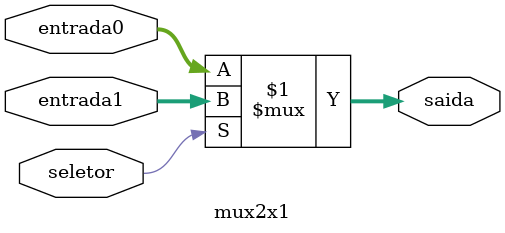
<source format=v>
/*
PROJETO: Processador MIPS Monociclo

AUTORES: DAVI PIRES, JUAN PABOLLO, VITHOR DE CASTRO, RUAN RODRIGUES

DISCIPLINA: Arquitetura e Organização de Computadores

SEMESTRE: 2025.1

ARQUIVO: Mux2x1

*/

module mux2x1 (entrada0, entrada1, seletor, saida);
    
	input wire [31:0] entrada0;  	   
   input wire [31:0] entrada1;  	   
   input wire seletor;              // seletor
   output wire [31:0] saida;  	  		// saída 


   assign saida = seletor ? entrada1 : entrada0;

endmodule
</source>
